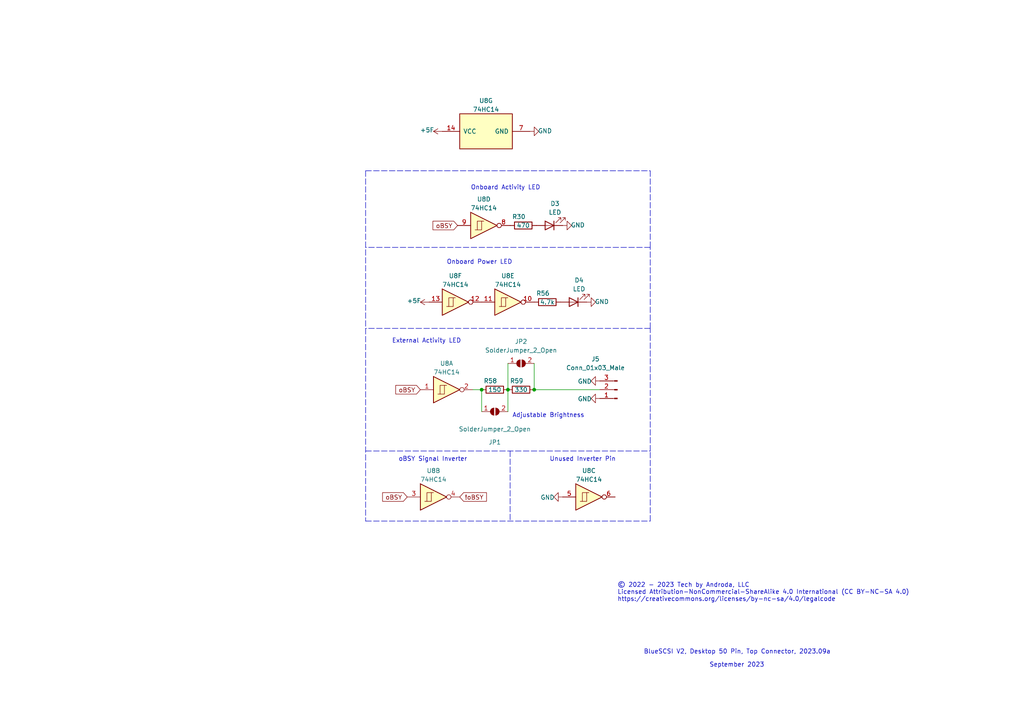
<source format=kicad_sch>
(kicad_sch (version 20211123) (generator eeschema)
  (paper "A4")
  (lib_symbols
    (symbol "74xx:74HC14" (pin_names (offset 1.016))
      (property "Reference" "U" (at 0 1.27 0))
      (property "Value" "74HC14" (at 0 -1.27 0))
      (symbol "74HC14_1_0"
        (polyline (pts (xy -3.81 3.81) (xy -3.81 -3.81) (xy 3.81 0) (xy -3.81 3.81)) (stroke (width 0.254)) (fill (type background)))
        (pin input line (at -7.62 0 0) (length 3.81) (name "~") (number "1"))
        (pin output inverted (at 7.62 0 180) (length 3.81) (name "~") (number "2"))
      )
      (symbol "74HC14_1_1"
        (polyline (pts (xy -1.905 -1.27) (xy -1.905 1.27) (xy -0.635 1.27)))
        (polyline (pts (xy -2.54 -1.27) (xy -0.635 -1.27) (xy -0.635 1.27) (xy 0 1.27)))
      )
      (symbol "74HC14_2_0"
        (polyline (pts (xy -3.81 3.81) (xy -3.81 -3.81) (xy 3.81 0) (xy -3.81 3.81)) (stroke (width 0.254)) (fill (type background)))
        (pin input line (at -7.62 0 0) (length 3.81) (name "~") (number "3"))
        (pin output inverted (at 7.62 0 180) (length 3.81) (name "~") (number "4"))
      )
      (symbol "74HC14_2_1"
        (polyline (pts (xy -1.905 -1.27) (xy -1.905 1.27) (xy -0.635 1.27)))
        (polyline (pts (xy -2.54 -1.27) (xy -0.635 -1.27) (xy -0.635 1.27) (xy 0 1.27)))
      )
      (symbol "74HC14_3_0"
        (polyline (pts (xy -3.81 3.81) (xy -3.81 -3.81) (xy 3.81 0) (xy -3.81 3.81)) (stroke (width 0.254)) (fill (type background)))
        (pin input line (at -7.62 0 0) (length 3.81) (name "~") (number "5"))
        (pin output inverted (at 7.62 0 180) (length 3.81) (name "~") (number "6"))
      )
      (symbol "74HC14_3_1"
        (polyline (pts (xy -1.905 -1.27) (xy -1.905 1.27) (xy -0.635 1.27)))
        (polyline (pts (xy -2.54 -1.27) (xy -0.635 -1.27) (xy -0.635 1.27) (xy 0 1.27)))
      )
      (symbol "74HC14_4_0"
        (polyline (pts (xy -3.81 3.81) (xy -3.81 -3.81) (xy 3.81 0) (xy -3.81 3.81)) (stroke (width 0.254)) (fill (type background)))
        (pin output inverted (at 7.62 0 180) (length 3.81) (name "~") (number "8"))
        (pin input line (at -7.62 0 0) (length 3.81) (name "~") (number "9"))
      )
      (symbol "74HC14_4_1"
        (polyline (pts (xy -1.905 -1.27) (xy -1.905 1.27) (xy -0.635 1.27)))
        (polyline (pts (xy -2.54 -1.27) (xy -0.635 -1.27) (xy -0.635 1.27) (xy 0 1.27)))
      )
      (symbol "74HC14_5_0"
        (polyline (pts (xy -3.81 3.81) (xy -3.81 -3.81) (xy 3.81 0) (xy -3.81 3.81)) (stroke (width 0.254)) (fill (type background)))
        (pin output inverted (at 7.62 0 180) (length 3.81) (name "~") (number "10"))
        (pin input line (at -7.62 0 0) (length 3.81) (name "~") (number "11"))
      )
      (symbol "74HC14_5_1"
        (polyline (pts (xy -1.905 -1.27) (xy -1.905 1.27) (xy -0.635 1.27)))
        (polyline (pts (xy -2.54 -1.27) (xy -0.635 -1.27) (xy -0.635 1.27) (xy 0 1.27)))
      )
      (symbol "74HC14_6_0"
        (polyline (pts (xy -3.81 3.81) (xy -3.81 -3.81) (xy 3.81 0) (xy -3.81 3.81)) (stroke (width 0.254)) (fill (type background)))
        (pin output inverted (at 7.62 0 180) (length 3.81) (name "~") (number "12"))
        (pin input line (at -7.62 0 0) (length 3.81) (name "~") (number "13"))
      )
      (symbol "74HC14_6_1"
        (polyline (pts (xy -1.905 -1.27) (xy -1.905 1.27) (xy -0.635 1.27)))
        (polyline (pts (xy -2.54 -1.27) (xy -0.635 -1.27) (xy -0.635 1.27) (xy 0 1.27)))
      )
      (symbol "74HC14_7_0"
        (pin power_in line (at 0 12.7 270) (length 5.08) (name "VCC") (number "14"))
        (pin power_in line (at 0 -12.7 90) (length 5.08) (name "GND") (number "7"))
      )
      (symbol "74HC14_7_1"
        (rectangle (start -5.08 7.62) (end 5.08 -7.62) (stroke (width 0.254)) (fill (type background)))
      )
    )
    (symbol "Connector:Conn_01x03_Male" (pin_names (offset 1.016) hide)
      (property "Reference" "J" (at 0 5.08 0))
      (property "Value" "Conn_01x03_Male" (at 0 -5.08 0))
      (symbol "Conn_01x03_Male_1_1"
        (polyline (pts (xy 1.27 -2.54) (xy 0.8636 -2.54)) (stroke (width 0.1524)))
        (polyline (pts (xy 1.27 0) (xy 0.8636 0)) (stroke (width 0.1524)))
        (polyline (pts (xy 1.27 2.54) (xy 0.8636 2.54)) (stroke (width 0.1524)))
        (rectangle (start 0.8636 -2.413) (end 0 -2.667) (stroke (width 0.1524)) (fill (type outline)))
        (rectangle (start 0.8636 0.127) (end 0 -0.127) (stroke (width 0.1524)) (fill (type outline)))
        (rectangle (start 0.8636 2.667) (end 0 2.413) (stroke (width 0.1524)) (fill (type outline)))
        (pin passive line (at 5.08 2.54 180) (length 3.81) (name "Pin_1") (number "1"))
        (pin passive line (at 5.08 0 180) (length 3.81) (name "Pin_2") (number "2"))
        (pin passive line (at 5.08 -2.54 180) (length 3.81) (name "Pin_3") (number "3"))
      )
    )
    (symbol "Device:LED" (pin_numbers hide) (pin_names (offset 1.016) hide)
      (property "Reference" "D" (at 0 2.54 0))
      (property "Value" "LED" (at 0 -2.54 0))
      (symbol "LED_0_1"
        (polyline (pts (xy -1.27 -1.27) (xy -1.27 1.27)) (stroke (width 0.254)))
        (polyline (pts (xy -1.27 0) (xy 1.27 0)))
        (polyline (pts (xy 1.27 -1.27) (xy 1.27 1.27) (xy -1.27 0) (xy 1.27 -1.27)) (stroke (width 0.254)))
        (polyline (pts (xy -3.048 -0.762) (xy -4.572 -2.286) (xy -3.81 -2.286) (xy -4.572 -2.286) (xy -4.572 -1.524)))
        (polyline (pts (xy -1.778 -0.762) (xy -3.302 -2.286) (xy -2.54 -2.286) (xy -3.302 -2.286) (xy -3.302 -1.524)))
      )
      (symbol "LED_1_1"
        (pin passive line (at -3.81 0 0) (length 2.54) (name "K") (number "1"))
        (pin passive line (at 3.81 0 180) (length 2.54) (name "A") (number "2"))
      )
    )
    (symbol "Device:R" (pin_numbers hide) (pin_names (offset 0))
      (property "Reference" "R" (at 2.032 0 90))
      (property "Value" "R" (at 0 0 90))
      (symbol "R_0_1"
        (rectangle (start -1.016 -2.54) (end 1.016 2.54) (stroke (width 0.254)))
      )
      (symbol "R_1_1"
        (pin passive line (at 0 3.81 270) (length 1.27) (name "~") (number "1"))
        (pin passive line (at 0 -3.81 90) (length 1.27) (name "~") (number "2"))
      )
    )
    (symbol "Jumper:SolderJumper_2_Open" (pin_names (offset 0) hide)
      (property "Reference" "JP" (at 0 2.032 0))
      (property "Value" "SolderJumper_2_Open" (at 0 -2.54 0))
      (symbol "SolderJumper_2_Open_0_1"
        (arc (start -0.254 1.016) (mid -1.27 0) (end -0.254 -1.016))
        (arc (start -0.254 1.016) (mid -1.27 0) (end -0.254 -1.016) (fill (type outline)))
        (polyline (pts (xy -0.254 1.016) (xy -0.254 -1.016)))
        (polyline (pts (xy 0.254 1.016) (xy 0.254 -1.016)))
        (arc (start 0.254 -1.016) (mid 1.27 0) (end 0.254 1.016))
        (arc (start 0.254 -1.016) (mid 1.27 0) (end 0.254 1.016) (fill (type outline)))
      )
      (symbol "SolderJumper_2_Open_1_1"
        (pin passive line (at -3.81 0 0) (length 2.54) (name "A") (number "1"))
        (pin passive line (at 3.81 0 180) (length 2.54) (name "B") (number "2"))
      )
    )
    (symbol "power:+5F" (power) (pin_names (offset 0))
      (property "Value" "+5F" (at 0 3.556 0))
      (symbol "+5F_0_1"
        (polyline (pts (xy -0.762 1.27) (xy 0 2.54)))
        (polyline (pts (xy 0 0) (xy 0 2.54)))
        (polyline (pts (xy 0 2.54) (xy 0.762 1.27)))
      )
      (symbol "+5F_1_1"
        (pin power_in line (at 0 0 90) (length 0) hide (name "+5F") (number "1"))
      )
    )
    (symbol "power:GND" (power) (pin_names (offset 0))
      (property "Value" "GND" (at 0 -3.81 0))
      (symbol "GND_0_1"
        (polyline (pts (xy 0 0) (xy 0 -1.27) (xy 1.27 -1.27) (xy 0 -2.54) (xy -1.27 -1.27) (xy 0 -1.27)))
      )
      (symbol "GND_1_1"
        (pin power_in line (at 0 0 270) (length 0) hide (name "GND") (number "1"))
      )
    )
  )
  (junction (at 147.32 113.03))
  (junction (at 154.94 113.03))
  (junction (at 139.7 113.03))
  (polyline (pts (xy 188.595 95.25) (xy 106.045 95.25)))
  (polyline (pts (xy 188.595 130.81) (xy 188.595 95.25)))
  (wire (pts (xy 154.94 113.03) (xy 173.99 113.03)))
  (wire (pts (xy 147.32 105.41) (xy 147.32 113.03)))
  (polyline (pts (xy 188.595 49.53) (xy 188.595 71.755)))
  (wire (pts (xy 137.16 113.03) (xy 139.7 113.03)))
  (polyline (pts (xy 106.045 49.53) (xy 106.045 151.13)))
  (polyline (pts (xy 188.595 95.25) (xy 188.595 71.755)))
  (polyline (pts (xy 106.045 49.53) (xy 188.595 49.53)))
  (polyline (pts (xy 106.045 130.81) (xy 188.595 130.81)))
  (wire (pts (xy 154.94 105.41) (xy 154.94 113.03)))
  (wire (pts (xy 147.32 113.03) (xy 147.32 119.38)))
  (polyline (pts (xy 188.595 151.13) (xy 188.595 130.81)))
  (polyline (pts (xy 147.955 130.81) (xy 147.955 151.13)))
  (wire (pts (xy 139.7 113.03) (xy 139.7 119.38)))
  (polyline (pts (xy 106.045 151.13) (xy 188.595 151.13)))
  (polyline (pts (xy 188.595 71.755) (xy 106.045 71.755)))
  (text "Onboard Power LED" (at 129.54 76.835 0) (effects (font (size 1.27 1.27)) (justify left bottom)))
  (text "Unused Inverter Pin" (at 159.385 133.985 0) (effects (font (size 1.27 1.27)) (justify left bottom)))
  (text "BlueSCSI V2, Desktop 50 Pin, Top Connector, 2023.09a" (at 186.69 189.865 0) (effects (font (size 1.27 1.27)) (justify left bottom)))
  (text "oBSY Signal Inverter" (at 115.57 133.985 0) (effects (font (size 1.27 1.27)) (justify left bottom)))
  (text "Onboard Activity LED" (at 136.525 55.245 0) (effects (font (size 1.27 1.27)) (justify left bottom)))
  (text "Adjustable Brightness" (at 148.59 121.285 0) (effects (font (size 1.27 1.27)) (justify left bottom)))
  (text "September 2023" (at 205.74 193.675 0) (effects (font (size 1.27 1.27)) (justify left bottom)))
  (text "External Activity LED" (at 113.665 99.695 0) (effects (font (size 1.27 1.27)) (justify left bottom)))
  (text "© 2022 - 2023 Tech by Androda, LLC\nLicensed Attribution-NonCommercial-ShareAlike 4.0 International (CC BY-NC-SA 4.0)\nhttps://creativecommons.org/licenses/by-nc-sa/4.0/legalcode" (at 179.07 174.625 0) (effects (font (size 1.27 1.27)) (justify left bottom)))
  (global_label "oBSY" (shape input) (at 132.715 65.405 180) (property "Intersheet References" "${INTERSHEET_REFS}" (effects hide)))
  (global_label "!oBSY" (shape input) (at 133.35 144.145 0) (property "Intersheet References" "${INTERSHEET_REFS}" (effects hide)))
  (global_label "oBSY" (shape input) (at 118.11 144.145 180) (property "Intersheet References" "${INTERSHEET_REFS}" (effects hide)))
  (global_label "oBSY" (shape input) (at 121.92 113.03 180) (property "Intersheet References" "${INTERSHEET_REFS}" (effects hide)))
  (symbol (lib_id "Device:R") (at 151.13 113.03 90) (unit 1)
    (property "Reference" "R59" (at 149.86 110.49 90))
    (property "Value" "330" (at 151.13 113.03 90))
    (property "Footprint" "Resistor_SMD:R_0603_1608Metric_Pad0.98x0.95mm_HandSolder" (effects hide))
  )
  (symbol (lib_id "power:GND") (at 153.67 38.1 90) (unit 1)
    (property "Reference" "#PWR041" (effects hide))
    (property "Value" "GND" (at 158.0642 37.973 90))
  )
  (symbol (lib_id "Device:R") (at 143.51 113.03 90) (unit 1)
    (property "Reference" "R58" (at 142.24 110.49 90))
    (property "Value" "150" (at 143.51 113.03 90))
    (property "Footprint" "Resistor_SMD:R_0603_1608Metric_Pad0.98x0.95mm_HandSolder" (effects hide))
  )
  (symbol (lib_id "74xx:74HC14") (at 140.335 65.405 0) (unit 4)
    (property "Reference" "U8" (at 140.335 57.785 0))
    (property "Value" "74HC14" (at 140.335 60.325 0))
    (property "Datasheet" "http://www.ti.com/lit/gpn/sn74HC14" (effects hide))
  )
  (symbol (lib_id "74xx:74HC14") (at 170.815 144.145 0) (unit 3)
    (property "Reference" "U8" (at 170.815 136.525 0))
    (property "Value" "74HC14" (at 170.815 139.065 0))
    (property "Datasheet" "http://www.ti.com/lit/gpn/sn74HC14" (effects hide))
  )
  (symbol (lib_id "Jumper:SolderJumper_2_Open") (at 143.51 119.38 0) (unit 1)
    (property "Reference" "JP1" (at 143.51 128.27 0))
    (property "Value" "SolderJumper_2_Open" (at 143.51 124.46 0))
    (property "Footprint" "Jumper:SolderJumper-2_P1.3mm_Open_RoundedPad1.0x1.5mm" (effects hide))
  )
  (symbol (lib_id "Jumper:SolderJumper_2_Open") (at 151.13 105.41 0) (unit 1)
    (property "Reference" "JP2" (at 151.13 99.06 0))
    (property "Value" "SolderJumper_2_Open" (at 151.13 101.6 0))
    (property "Footprint" "Jumper:SolderJumper-2_P1.3mm_Open_RoundedPad1.0x1.5mm" (effects hide))
  )
  (symbol (lib_id "power:GND") (at 173.99 115.57 270) (unit 1)
    (property "Reference" "#PWR069" (effects hide))
    (property "Value" "GND" (at 169.5958 115.697 90))
  )
  (symbol (lib_id "74xx:74HC14") (at 132.08 87.63 0) (unit 6)
    (property "Reference" "U8" (at 132.08 80.01 0))
    (property "Value" "74HC14" (at 132.08 82.55 0))
    (property "Datasheet" "http://www.ti.com/lit/gpn/sn74HC14" (effects hide))
  )
  (symbol (lib_id "Device:R") (at 158.75 87.63 90) (unit 1)
    (property "Reference" "R56" (at 157.48 85.09 90))
    (property "Value" "4.7k" (at 158.75 87.63 90))
    (property "Footprint" "Resistor_SMD:R_0603_1608Metric_Pad0.98x0.95mm_HandSolder" (effects hide))
  )
  (symbol (lib_id "power:+5F") (at 128.27 38.1 90) (unit 1)
    (property "Reference" "#PWR038" (effects hide))
    (property "Value" "+5F" (at 123.8758 37.719 90))
  )
  (symbol (lib_id "power:GND") (at 170.18 87.63 90) (unit 1)
    (property "Reference" "#PWR035" (effects hide))
    (property "Value" "GND" (at 174.5742 87.503 90))
  )
  (symbol (lib_id "74xx:74HC14") (at 129.54 113.03 0) (unit 1)
    (property "Reference" "U8" (at 129.54 105.41 0))
    (property "Value" "74HC14" (at 129.54 107.95 0))
    (property "Datasheet" "http://www.ti.com/lit/gpn/sn74HC14" (effects hide))
  )
  (symbol (lib_id "74xx:74HC14") (at 140.97 38.1 90) (unit 7)
    (property "Reference" "U8" (at 140.97 29.21 90))
    (property "Value" "74HC14" (at 140.97 31.75 90))
    (property "Footprint" "Package_SO:SO-14_3.9x8.65mm_P1.27mm" (effects hide))
    (property "Datasheet" "http://www.ti.com/lit/gpn/sn74HC14" (effects hide))
    (property "JLC Part #" "C5605" (effects hide))
  )
  (symbol (lib_id "Device:LED") (at 159.385 65.405 180) (unit 1)
    (property "Reference" "D3" (at 160.9725 59.055 0))
    (property "Value" "LED" (at 160.9725 61.595 0))
    (property "Footprint" "LED_SMD:LED_0603_1608Metric_Pad1.05x0.95mm_HandSolder" (effects hide))
    (property "JLCPCB Part Number" "C72041" (effects hide))
  )
  (symbol (lib_id "power:GND") (at 163.195 144.145 270) (unit 1)
    (property "Reference" "#PWR059" (effects hide))
    (property "Value" "GND" (at 158.8008 144.272 90))
  )
  (symbol (lib_id "74xx:74HC14") (at 125.73 144.145 0) (unit 2)
    (property "Reference" "U8" (at 125.73 136.525 0))
    (property "Value" "74HC14" (at 125.73 139.065 0))
    (property "Datasheet" "http://www.ti.com/lit/gpn/sn74HC14" (effects hide))
  )
  (symbol (lib_id "Device:LED") (at 166.37 87.63 180) (unit 1)
    (property "Reference" "D4" (at 167.9575 81.28 0))
    (property "Value" "LED" (at 167.9575 83.82 0))
    (property "Footprint" "LED_SMD:LED_0603_1608Metric_Pad1.05x0.95mm_HandSolder" (effects hide))
    (property "JLCPCB Part #" "C2290" (effects hide))
  )
  (symbol (lib_id "Device:R") (at 151.765 65.405 90) (unit 1)
    (property "Reference" "R30" (at 150.495 62.865 90))
    (property "Value" "470" (at 151.765 65.405 90))
    (property "Footprint" "Resistor_SMD:R_0402_1005Metric_Pad0.72x0.64mm_HandSolder" (effects hide))
  )
  (symbol (lib_id "Connector:Conn_01x03_Male") (at 179.07 113.03 180) (unit 1)
    (property "Reference" "J5" (at 172.72 104.14 0))
    (property "Value" "Conn_01x03_Male" (at 172.72 106.68 0))
    (property "Footprint" "Connector_PinHeader_2.54mm:PinHeader_1x03_P2.54mm_Vertical" (effects hide))
  )
  (symbol (lib_id "power:+5F") (at 124.46 87.63 90) (unit 1)
    (property "Reference" "#PWR014" (effects hide))
    (property "Value" "+5F" (at 120.0658 87.249 90))
  )
  (symbol (lib_id "power:GND") (at 163.195 65.405 90) (unit 1)
    (property "Reference" "#PWR017" (effects hide))
    (property "Value" "GND" (at 167.5892 65.278 90))
  )
  (symbol (lib_id "74xx:74HC14") (at 147.32 87.63 0) (unit 5)
    (property "Reference" "U8" (at 147.32 80.01 0))
    (property "Value" "74HC14" (at 147.32 82.55 0))
    (property "Datasheet" "http://www.ti.com/lit/gpn/sn74HC14" (effects hide))
  )
  (symbol (lib_id "power:GND") (at 173.99 110.49 270) (unit 1)
    (property "Reference" "#PWR068" (effects hide))
    (property "Value" "GND" (at 169.5958 110.617 90))
  )
)
</source>
